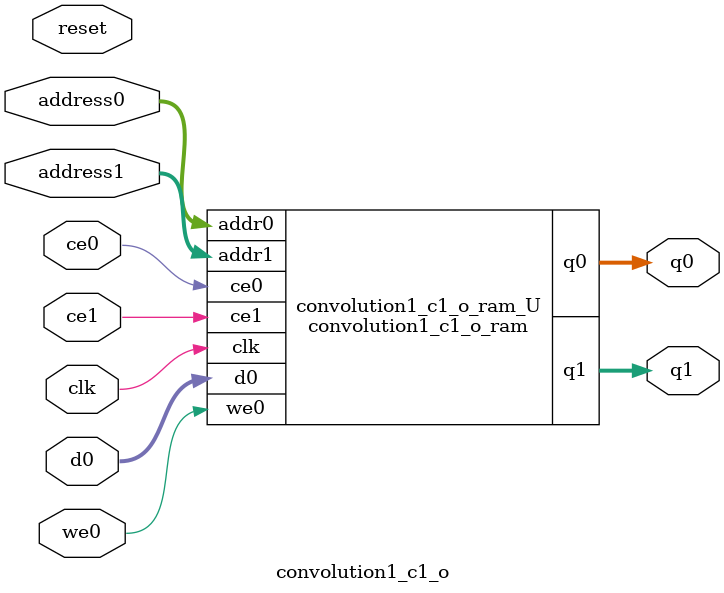
<source format=v>

`timescale 1 ns / 1 ps
module convolution1_c1_o_ram (addr0, ce0, d0, we0, q0, addr1, ce1, q1,  clk);

parameter DWIDTH = 32;
parameter AWIDTH = 13;
parameter MEM_SIZE = 4704;

input[AWIDTH-1:0] addr0;
input ce0;
input[DWIDTH-1:0] d0;
input we0;
output reg[DWIDTH-1:0] q0;
input[AWIDTH-1:0] addr1;
input ce1;
output reg[DWIDTH-1:0] q1;
input clk;

(* ram_style = "block" *)reg [DWIDTH-1:0] ram[0:MEM_SIZE-1];




always @(posedge clk)  
begin 
    if (ce0) 
    begin
        if (we0) 
        begin 
            ram[addr0] <= d0; 
            q0 <= d0;
        end 
        else 
            q0 <= ram[addr0];
    end
end


always @(posedge clk)  
begin 
    if (ce1) 
    begin
            q1 <= ram[addr1];
    end
end


endmodule


`timescale 1 ns / 1 ps
module convolution1_c1_o(
    reset,
    clk,
    address0,
    ce0,
    we0,
    d0,
    q0,
    address1,
    ce1,
    q1);

parameter DataWidth = 32'd32;
parameter AddressRange = 32'd4704;
parameter AddressWidth = 32'd13;
input reset;
input clk;
input[AddressWidth - 1:0] address0;
input ce0;
input we0;
input[DataWidth - 1:0] d0;
output[DataWidth - 1:0] q0;
input[AddressWidth - 1:0] address1;
input ce1;
output[DataWidth - 1:0] q1;



convolution1_c1_o_ram convolution1_c1_o_ram_U(
    .clk( clk ),
    .addr0( address0 ),
    .ce0( ce0 ),
    .d0( d0 ),
    .we0( we0 ),
    .q0( q0 ),
    .addr1( address1 ),
    .ce1( ce1 ),
    .q1( q1 ));

endmodule


</source>
